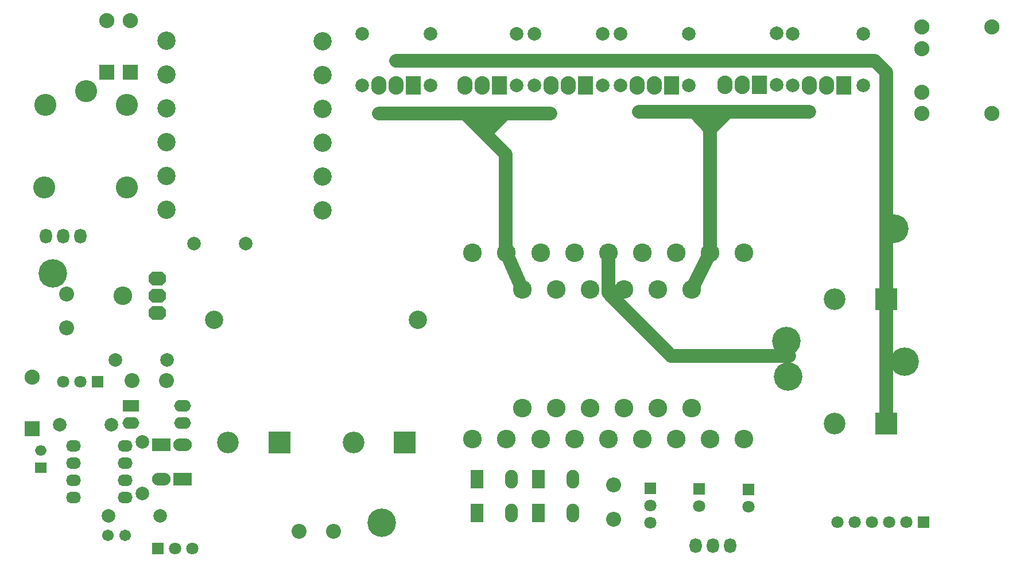
<source format=gbs>
%FSLAX24Y24*%
%MOIN*%
G70*
G01*
G75*
G04 Layer_Color=16711935*
%ADD10C,0.0472*%
%ADD11C,0.0591*%
%ADD12C,0.0394*%
%ADD13C,0.0709*%
%ADD14C,0.1575*%
%ADD15C,0.0800*%
%ADD16C,0.1000*%
%ADD17R,0.0650X0.1000*%
%ADD18O,0.0650X0.1000*%
%ADD19R,0.0630X0.0630*%
%ADD20C,0.0630*%
%ADD21R,0.0800X0.1000*%
%ADD22O,0.0800X0.1000*%
%ADD23C,0.0984*%
%ADD24R,0.0800X0.0800*%
%ADD25O,0.0630X0.0787*%
%ADD26C,0.1200*%
%ADD27R,0.0630X0.0630*%
%ADD28R,0.1181X0.1181*%
%ADD29C,0.1181*%
%ADD30C,0.0787*%
%ADD31R,0.0900X0.0600*%
%ADD32O,0.0900X0.0600*%
%ADD33O,0.0787X0.0591*%
%ADD34O,0.1000X0.0650*%
%ADD35R,0.1000X0.0650*%
%ADD36C,0.0591*%
%ADD37R,0.0591X0.0512*%
%ADD38O,0.0591X0.0512*%
G04:AMPARAMS|DCode=39|XSize=70mil|YSize=90mil|CornerRadius=0mil|HoleSize=0mil|Usage=FLASHONLY|Rotation=90.000|XOffset=0mil|YOffset=0mil|HoleType=Round|Shape=Octagon|*
%AMOCTAGOND39*
4,1,8,-0.0450,-0.0175,-0.0450,0.0175,-0.0275,0.0350,0.0275,0.0350,0.0450,0.0175,0.0450,-0.0175,0.0275,-0.0350,-0.0275,-0.0350,-0.0450,-0.0175,0.0*
%
%ADD39OCTAGOND39*%

%ADD40C,0.0787*%
%ADD41C,0.1575*%
%ADD42C,0.2362*%
%ADD43C,0.1181*%
%ADD44C,0.0100*%
%ADD45C,0.0070*%
%ADD46C,0.0150*%
%ADD47C,0.0120*%
%ADD48C,0.0079*%
%ADD49C,0.0039*%
%ADD50C,0.0250*%
%ADD51C,0.0080*%
%ADD52R,0.0150X0.0550*%
%ADD53R,0.3990X0.0360*%
%ADD54R,0.1260X0.0200*%
%ADD55R,0.0550X0.0150*%
%ADD56C,0.0789*%
%ADD57C,0.1655*%
%ADD58C,0.0880*%
%ADD59C,0.1080*%
%ADD60R,0.0730X0.1080*%
%ADD61O,0.0730X0.1080*%
%ADD62R,0.0710X0.0710*%
%ADD63C,0.0710*%
%ADD64R,0.0880X0.1080*%
%ADD65O,0.0880X0.1080*%
%ADD66C,0.1064*%
%ADD67R,0.0880X0.0880*%
%ADD68O,0.0710X0.0867*%
%ADD69C,0.1280*%
%ADD70R,0.0710X0.0710*%
%ADD71R,0.1261X0.1261*%
%ADD72C,0.1261*%
%ADD73C,0.0867*%
%ADD74R,0.0980X0.0680*%
%ADD75O,0.0980X0.0680*%
%ADD76O,0.0867X0.0671*%
%ADD77O,0.1080X0.0730*%
%ADD78R,0.1080X0.0730*%
%ADD79C,0.0671*%
%ADD80R,0.0671X0.0592*%
%ADD81O,0.0671X0.0592*%
G04:AMPARAMS|DCode=82|XSize=78mil|YSize=98mil|CornerRadius=0mil|HoleSize=0mil|Usage=FLASHONLY|Rotation=90.000|XOffset=0mil|YOffset=0mil|HoleType=Round|Shape=Octagon|*
%AMOCTAGOND82*
4,1,8,-0.0490,-0.0195,-0.0490,0.0195,-0.0295,0.0390,0.0295,0.0390,0.0490,0.0195,0.0490,-0.0195,0.0295,-0.0390,-0.0295,-0.0390,-0.0490,-0.0195,0.0*
%
%ADD82OCTAGOND82*%

G36*
X40669Y26181D02*
X39213Y27756D01*
X42244D01*
X40669Y26181D01*
D02*
G37*
G36*
X27893Y26202D02*
X26732Y27559D01*
X29213D01*
X27893Y26202D01*
D02*
G37*
G36*
X42283Y27756D02*
X42244D01*
X42244Y27756D01*
X42283Y27756D01*
D02*
G37*
D40*
X22441Y30709D02*
X50236D01*
X50906Y30039D01*
Y9606D02*
Y30039D01*
X40669Y19547D02*
Y27756D01*
X39606Y17421D02*
X40669Y19547D01*
X28858D02*
X29764Y17421D01*
X28819Y19528D02*
Y25276D01*
X26535Y27559D02*
X28819Y25276D01*
X21457Y27638D02*
X31417D01*
X40669Y27756D02*
X46457D01*
X46457Y27756D02*
X46457Y27756D01*
X36535Y27756D02*
X46457D01*
X34764Y17205D02*
X38425Y13543D01*
X45276D01*
X34764Y17205D02*
Y19547D01*
D56*
X35472Y29291D02*
D03*
Y32291D02*
D03*
X20472Y29291D02*
D03*
Y32291D02*
D03*
X30472Y29291D02*
D03*
Y32291D02*
D03*
X45472Y29291D02*
D03*
Y32291D02*
D03*
X10709Y20079D02*
D03*
X13709D02*
D03*
X24441Y32291D02*
D03*
Y29291D02*
D03*
X29457Y32291D02*
D03*
Y29291D02*
D03*
X34441Y32291D02*
D03*
Y29291D02*
D03*
X39457Y32291D02*
D03*
Y29291D02*
D03*
X44535Y32331D02*
D03*
Y29331D02*
D03*
X49567Y32291D02*
D03*
Y29291D02*
D03*
X9142Y13307D02*
D03*
X6142D02*
D03*
X7717Y5543D02*
D03*
Y8543D02*
D03*
X2906Y9567D02*
D03*
X5906D02*
D03*
X8748Y4252D02*
D03*
X5748D02*
D03*
D57*
X45118Y14409D02*
D03*
X45197Y12362D02*
D03*
X21614Y3858D02*
D03*
X51968Y13228D02*
D03*
X51378Y20945D02*
D03*
X2520Y18346D02*
D03*
D58*
X57047Y27638D02*
D03*
Y32677D02*
D03*
X52992Y31417D02*
D03*
Y32677D02*
D03*
Y28898D02*
D03*
Y27638D02*
D03*
X7008Y33043D02*
D03*
X5630D02*
D03*
X1299Y12335D02*
D03*
D59*
X37638Y10532D02*
D03*
X39606D02*
D03*
X35669D02*
D03*
X33701D02*
D03*
X31732D02*
D03*
X29764D02*
D03*
Y17421D02*
D03*
X31732D02*
D03*
X33701D02*
D03*
X35669D02*
D03*
X39606D02*
D03*
X37638D02*
D03*
X26890Y19547D02*
D03*
X28858D02*
D03*
X30827D02*
D03*
X32795D02*
D03*
X40669D02*
D03*
X38701D02*
D03*
X36732D02*
D03*
X34764D02*
D03*
X42638D02*
D03*
X34764Y8720D02*
D03*
X36732D02*
D03*
X38701D02*
D03*
X40669D02*
D03*
X32795D02*
D03*
X30827D02*
D03*
X28858D02*
D03*
X26890D02*
D03*
X42638D02*
D03*
X6575Y17047D02*
D03*
D60*
X30706Y4430D02*
D03*
X27132Y4430D02*
D03*
X30706Y6398D02*
D03*
X27132D02*
D03*
D61*
X32706Y4430D02*
D03*
X29132Y4430D02*
D03*
X32706Y6398D02*
D03*
X29132D02*
D03*
D62*
X40055Y5807D02*
D03*
X42913Y5787D02*
D03*
X37205Y5866D02*
D03*
D63*
X40055Y4807D02*
D03*
X42913Y4787D02*
D03*
X37205Y3866D02*
D03*
Y4866D02*
D03*
X51069Y3878D02*
D03*
X52069D02*
D03*
X50068D02*
D03*
X49068D02*
D03*
X48068D02*
D03*
X9622Y2362D02*
D03*
X10622D02*
D03*
X4118Y12047D02*
D03*
X3118D02*
D03*
D64*
X48457Y29291D02*
D03*
X43535Y29331D02*
D03*
X38457Y29291D02*
D03*
X23457D02*
D03*
X28457D02*
D03*
X33457D02*
D03*
D65*
X47457D02*
D03*
X46457D02*
D03*
X42535Y29331D02*
D03*
X41535D02*
D03*
X37457Y29291D02*
D03*
X36457D02*
D03*
X22457D02*
D03*
X21457D02*
D03*
X27457D02*
D03*
X26457D02*
D03*
X32457D02*
D03*
X31457D02*
D03*
D66*
X18183Y22026D02*
D03*
Y23994D02*
D03*
Y27931D02*
D03*
Y25963D02*
D03*
Y29900D02*
D03*
Y31869D02*
D03*
X9094Y31890D02*
D03*
Y29921D02*
D03*
Y25984D02*
D03*
Y27953D02*
D03*
Y24016D02*
D03*
Y22047D02*
D03*
X11890Y15669D02*
D03*
X23701D02*
D03*
D67*
X7008Y30043D02*
D03*
X5630D02*
D03*
X1299Y9335D02*
D03*
D68*
X41827Y2520D02*
D03*
X40827D02*
D03*
X39827D02*
D03*
X4110Y20512D02*
D03*
X3110D02*
D03*
X2110D02*
D03*
D69*
X4449Y28937D02*
D03*
X6811Y23346D02*
D03*
X2011D02*
D03*
X6811Y28150D02*
D03*
X2087D02*
D03*
D70*
X53068Y3878D02*
D03*
X8622Y2362D02*
D03*
X5118Y12047D02*
D03*
D71*
X15669Y8504D02*
D03*
X22953D02*
D03*
X50906Y9606D02*
D03*
Y16850D02*
D03*
D72*
X12677Y8504D02*
D03*
X19961D02*
D03*
X47913Y9606D02*
D03*
Y16850D02*
D03*
D73*
X18819Y3346D02*
D03*
X16811D02*
D03*
X3307Y15197D02*
D03*
Y17165D02*
D03*
X7126Y12126D02*
D03*
X9126D02*
D03*
X35079Y6063D02*
D03*
Y4063D02*
D03*
D74*
X7033Y10669D02*
D03*
D75*
Y9669D02*
D03*
X10033D02*
D03*
Y10669D02*
D03*
D76*
X6697Y8311D02*
D03*
Y7311D02*
D03*
Y6311D02*
D03*
Y5311D02*
D03*
X3697D02*
D03*
Y6311D02*
D03*
Y7311D02*
D03*
Y8311D02*
D03*
D77*
X8811Y6396D02*
D03*
X10039Y8402D02*
D03*
D78*
X8811Y8396D02*
D03*
X10039Y6402D02*
D03*
D79*
X6720Y3110D02*
D03*
X5720D02*
D03*
D80*
X1811Y7059D02*
D03*
D81*
Y8059D02*
D03*
D82*
X8575Y16047D02*
D03*
Y17047D02*
D03*
Y18047D02*
D03*
M02*

</source>
